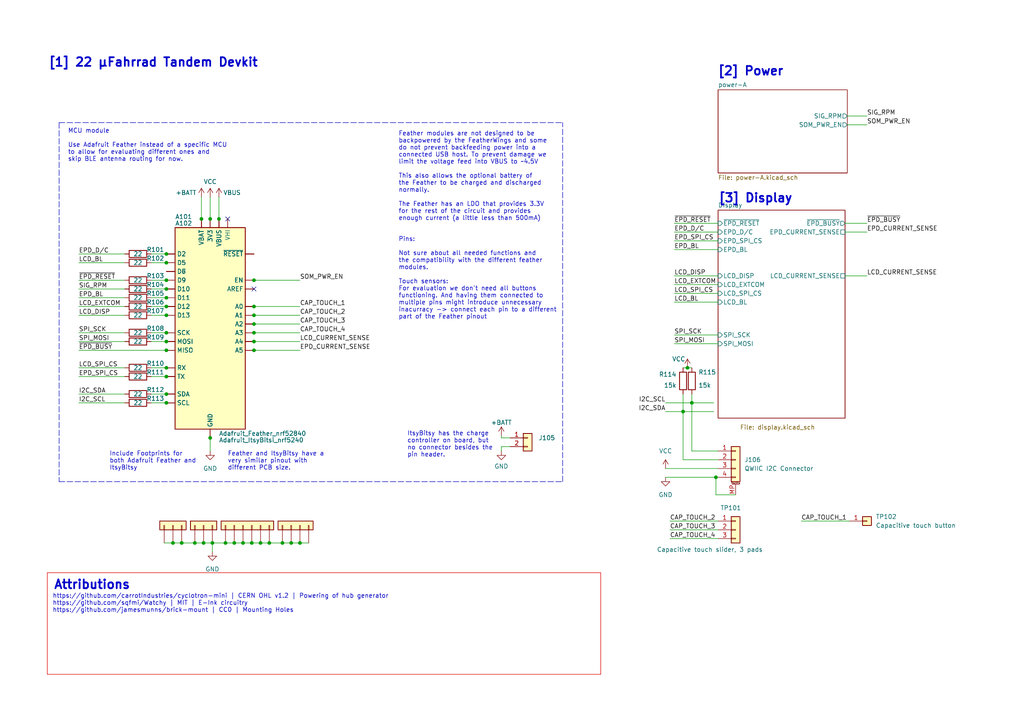
<source format=kicad_sch>
(kicad_sch (version 20211123) (generator eeschema)
  (paper "A4")
  (title_block (title "22 μFahrrad Tandem Devkit") (date "2022-06-10") (rev "0.1") (comment 1 "Daniel Wagenknecht") (comment 2 "CERN Open Hardware Licence Version 2 - Strongly Reciprocal") (comment 3 "CERN-OHL-S-2.0 https://spdx.org/licenses/CERN-OHL-S-2.0.html"))
  (lib_symbols
    (symbol "Conn_01x03_1" (pin_numbers hide) (pin_names (offset 1.016) hide)
      (property "Reference" "J" (at 0 5.08 0))
      (property "Value" "Conn_01x03_1" (at 0 -5.08 0))
      (symbol "Conn_01x03_1_1_1"
        (rectangle (start -1.27 -2.413) (end 0 -2.667) (stroke (width 0.1524)))
        (rectangle (start -1.27 0.127) (end 0 -0.127) (stroke (width 0.1524)))
        (rectangle (start -1.27 2.667) (end 0 2.413) (stroke (width 0.1524)))
        (rectangle (start -1.27 3.81) (end 1.27 -3.81) (stroke (width 0.254)) (fill (type background)))
        (pin passive line (at -5.08 2.54 0) (length 3.81) (name "Pin_1") (number "1"))
        (pin passive line (at -5.08 0 0) (length 3.81) (name "Pin_2") (number "2"))
        (pin passive line (at -5.08 -2.54 0) (length 3.81) (name "Pin_3") (number "3"))
      )
    )
    (symbol "Conn_01x03_2" (pin_numbers hide) (pin_names (offset 1.016) hide)
      (property "Reference" "J" (at 0 5.08 0))
      (property "Value" "Conn_01x03_2" (at 0 -5.08 0))
      (symbol "Conn_01x03_2_1_1"
        (rectangle (start -1.27 -2.413) (end 0 -2.667) (stroke (width 0.1524)))
        (rectangle (start -1.27 0.127) (end 0 -0.127) (stroke (width 0.1524)))
        (rectangle (start -1.27 2.667) (end 0 2.413) (stroke (width 0.1524)))
        (rectangle (start -1.27 3.81) (end 1.27 -3.81) (stroke (width 0.254)) (fill (type background)))
        (pin passive line (at -5.08 2.54 0) (length 3.81) (name "Pin_1") (number "1"))
        (pin passive line (at -5.08 0 0) (length 3.81) (name "Pin_2") (number "2"))
        (pin passive line (at -5.08 -2.54 0) (length 3.81) (name "Pin_3") (number "3"))
      )
    )
    (symbol "Connector_Generic:Conn_01x01" (pin_names (offset 1.016) hide)
      (property "Reference" "J" (at 0 2.54 0))
      (property "Value" "Conn_01x01" (at 0 -2.54 0))
      (symbol "Conn_01x01_1_1"
        (rectangle (start -1.27 0.127) (end 0 -0.127) (stroke (width 0.1524)))
        (rectangle (start -1.27 1.27) (end 1.27 -1.27) (stroke (width 0.254)) (fill (type background)))
        (pin passive line (at -5.08 0 0) (length 3.81) (name "Pin_1") (number "1"))
      )
    )
    (symbol "Connector_Generic:Conn_01x02" (pin_names (offset 1.016) hide)
      (property "Reference" "J" (at 0 2.54 0))
      (property "Value" "Conn_01x02" (at 0 -5.08 0))
      (symbol "Conn_01x02_1_1"
        (rectangle (start -1.27 -2.413) (end 0 -2.667) (stroke (width 0.1524)))
        (rectangle (start -1.27 0.127) (end 0 -0.127) (stroke (width 0.1524)))
        (rectangle (start -1.27 1.27) (end 1.27 -3.81) (stroke (width 0.254)) (fill (type background)))
        (pin passive line (at -5.08 0 0) (length 3.81) (name "Pin_1") (number "1"))
        (pin passive line (at -5.08 -2.54 0) (length 3.81) (name "Pin_2") (number "2"))
      )
    )
    (symbol "Connector_Generic:Conn_01x03" (pin_names (offset 1.016) hide)
      (property "Reference" "J" (at 0 5.08 0))
      (property "Value" "Conn_01x03" (at 0 -5.08 0))
      (symbol "Conn_01x03_1_1"
        (rectangle (start -1.27 -2.413) (end 0 -2.667) (stroke (width 0.1524)))
        (rectangle (start -1.27 0.127) (end 0 -0.127) (stroke (width 0.1524)))
        (rectangle (start -1.27 2.667) (end 0 2.413) (stroke (width 0.1524)))
        (rectangle (start -1.27 3.81) (end 1.27 -3.81) (stroke (width 0.254)) (fill (type background)))
        (pin passive line (at -5.08 2.54 0) (length 3.81) (name "Pin_1") (number "1"))
        (pin passive line (at -5.08 0 0) (length 3.81) (name "Pin_2") (number "2"))
        (pin passive line (at -5.08 -2.54 0) (length 3.81) (name "Pin_3") (number "3"))
      )
    )
    (symbol "Connector_Generic:Conn_01x04" (pin_numbers hide) (pin_names (offset 1.016) hide)
      (property "Reference" "J" (at 0 5.08 0))
      (property "Value" "Conn_01x04" (at 0 -7.62 0))
      (symbol "Conn_01x04_1_1"
        (rectangle (start -1.27 -4.953) (end 0 -5.207) (stroke (width 0.1524)))
        (rectangle (start -1.27 -2.413) (end 0 -2.667) (stroke (width 0.1524)))
        (rectangle (start -1.27 0.127) (end 0 -0.127) (stroke (width 0.1524)))
        (rectangle (start -1.27 2.667) (end 0 2.413) (stroke (width 0.1524)))
        (rectangle (start -1.27 3.81) (end 1.27 -6.35) (stroke (width 0.254)) (fill (type background)))
        (pin passive line (at -5.08 2.54 0) (length 3.81) (name "Pin_1") (number "1"))
        (pin passive line (at -5.08 0 0) (length 3.81) (name "Pin_2") (number "2"))
        (pin passive line (at -5.08 -2.54 0) (length 3.81) (name "Pin_3") (number "3"))
        (pin passive line (at -5.08 -5.08 0) (length 3.81) (name "Pin_4") (number "4"))
      )
    )
    (symbol "Connector_Generic:Conn_01x06" (pin_numbers hide) (pin_names (offset 1.016) hide)
      (property "Reference" "J" (at 0 7.62 0))
      (property "Value" "Conn_01x06" (at 0 -10.16 0))
      (symbol "Conn_01x06_1_1"
        (rectangle (start -1.27 -7.493) (end 0 -7.747) (stroke (width 0.1524)))
        (rectangle (start -1.27 -4.953) (end 0 -5.207) (stroke (width 0.1524)))
        (rectangle (start -1.27 -2.413) (end 0 -2.667) (stroke (width 0.1524)))
        (rectangle (start -1.27 0.127) (end 0 -0.127) (stroke (width 0.1524)))
        (rectangle (start -1.27 2.667) (end 0 2.413) (stroke (width 0.1524)))
        (rectangle (start -1.27 5.207) (end 0 4.953) (stroke (width 0.1524)))
        (rectangle (start -1.27 6.35) (end 1.27 -8.89) (stroke (width 0.254)) (fill (type background)))
        (pin passive line (at -5.08 5.08 0) (length 3.81) (name "Pin_1") (number "1"))
        (pin passive line (at -5.08 2.54 0) (length 3.81) (name "Pin_2") (number "2"))
        (pin passive line (at -5.08 0 0) (length 3.81) (name "Pin_3") (number "3"))
        (pin passive line (at -5.08 -2.54 0) (length 3.81) (name "Pin_4") (number "4"))
        (pin passive line (at -5.08 -5.08 0) (length 3.81) (name "Pin_5") (number "5"))
        (pin passive line (at -5.08 -7.62 0) (length 3.81) (name "Pin_6") (number "6"))
      )
    )
    (symbol "Connector_Generic_MountingPin:Conn_01x04_MountingPin" (pin_names (offset 1.016) hide)
      (property "Reference" "J" (at 0 5.08 0))
      (property "Value" "Conn_01x04_MountingPin" (at 1.27 -7.62 0))
      (symbol "Conn_01x04_MountingPin_1_1"
        (rectangle (start -1.27 -4.953) (end 0 -5.207) (stroke (width 0.1524)))
        (rectangle (start -1.27 -2.413) (end 0 -2.667) (stroke (width 0.1524)))
        (rectangle (start -1.27 0.127) (end 0 -0.127) (stroke (width 0.1524)))
        (rectangle (start -1.27 2.667) (end 0 2.413) (stroke (width 0.1524)))
        (rectangle (start -1.27 3.81) (end 1.27 -6.35) (stroke (width 0.254)) (fill (type background)))
        (polyline (pts (xy -1.016 -7.112) (xy 1.016 -7.112)) (stroke (width 0.1524)))
        (text "Mounting" (at 0 -6.731 0) (effects (font (size 0.381 0.381))))
        (pin passive line (at -5.08 2.54 0) (length 3.81) (name "Pin_1") (number "1"))
        (pin passive line (at -5.08 0 0) (length 3.81) (name "Pin_2") (number "2"))
        (pin passive line (at -5.08 -2.54 0) (length 3.81) (name "Pin_3") (number "3"))
        (pin passive line (at -5.08 -5.08 0) (length 3.81) (name "Pin_4") (number "4"))
        (pin passive line (at 0 -10.16 90) (length 3.048) (name "MountPin") (number "MP"))
      )
    )
    (symbol "Device:R" (pin_numbers hide) (pin_names (offset 0))
      (property "Reference" "R" (at 2.032 0 90))
      (property "Value" "R" (at 0 0 90))
      (symbol "R_0_1"
        (rectangle (start -1.016 -2.54) (end 1.016 2.54) (stroke (width 0.254)))
      )
      (symbol "R_1_1"
        (pin passive line (at 0 3.81 270) (length 1.27) (name "~") (number "1"))
        (pin passive line (at 0 -3.81 90) (length 1.27) (name "~") (number "2"))
      )
    )
    (symbol "power:+BATT" (power) (pin_names (offset 0))
      (property "Value" "+BATT" (at 0 3.556 0))
      (symbol "+BATT_0_1"
        (polyline (pts (xy -0.762 1.27) (xy 0 2.54)))
        (polyline (pts (xy 0 0) (xy 0 2.54)))
        (polyline (pts (xy 0 2.54) (xy 0.762 1.27)))
      )
      (symbol "+BATT_1_1"
        (pin power_in line (at 0 0 90) (length 0) hide (name "+BATT") (number "1"))
      )
    )
    (symbol "power:GND" (power) (pin_names (offset 0))
      (property "Value" "GND" (at 0 -3.81 0))
      (symbol "GND_0_1"
        (polyline (pts (xy 0 0) (xy 0 -1.27) (xy 1.27 -1.27) (xy 0 -2.54) (xy -1.27 -1.27) (xy 0 -1.27)))
      )
      (symbol "GND_1_1"
        (pin power_in line (at 0 0 270) (length 0) hide (name "GND") (number "1"))
      )
    )
    (symbol "power:VBUS" (power) (pin_names (offset 0))
      (property "Value" "VBUS" (at 0 3.81 0))
      (symbol "VBUS_0_1"
        (polyline (pts (xy -0.762 1.27) (xy 0 2.54)))
        (polyline (pts (xy 0 0) (xy 0 2.54)))
        (polyline (pts (xy 0 2.54) (xy 0.762 1.27)))
      )
      (symbol "VBUS_1_1"
        (pin power_in line (at 0 0 90) (length 0) hide (name "VBUS") (number "1"))
      )
    )
    (symbol "power:VCC" (power) (pin_names (offset 0))
      (property "Value" "VCC" (at 0 3.81 0))
      (symbol "VCC_0_1"
        (polyline (pts (xy -0.762 1.27) (xy 0 2.54)))
        (polyline (pts (xy 0 0) (xy 0 2.54)))
        (polyline (pts (xy 0 2.54) (xy 0.762 1.27)))
      )
      (symbol "VCC_1_1"
        (pin power_in line (at 0 0 90) (length 0) hide (name "VCC") (number "1"))
      )
    )
    (symbol "project-lib:Adafruit_Feather_nrf52840" (pin_numbers hide)
      (property "Reference" "A" (at -10.16 29.21 0))
      (property "Value" "Adafruit_Feather_nrf52840" (at 2.54 -31.75 0))
      (symbol "Adafruit_Feather_nrf52840_0_0"
        (polyline (pts (xy 44.45 34.29) (xy 44.45 34.29)))
        (polyline (pts (xy 44.45 34.29) (xy 44.45 34.29)))
        (polyline (pts (xy 44.45 34.29) (xy 44.45 34.29)))
        (polyline (pts (xy 44.45 34.29) (xy 44.45 34.29)))
        (polyline (pts (xy 44.45 34.29) (xy 44.45 34.29)) (stroke (width 2)))
      )
      (symbol "Adafruit_Feather_nrf52840_0_1"
        (rectangle (start -10.16 27.94) (end 10.16 -30.48) (stroke (width 0.254)) (fill (type background)))
      )
      (symbol "Adafruit_Feather_nrf52840_1_1"
        (pin input line (at 12.7 20.32 180) (length 2.54) (name "~{RESET}") (number "1"))
        (pin bidirectional line (at 12.7 -7.62 180) (length 2.54) (name "A5") (number "10"))
        (pin bidirectional line (at -12.7 -2.54 0) (length 2.54) (name "SCK") (number "11"))
        (pin bidirectional line (at -12.7 -5.08 0) (length 2.54) (name "MOSI") (number "12"))
        (pin bidirectional line (at -12.7 -7.62 0) (length 2.54) (name "MISO") (number "13"))
        (pin bidirectional line (at -12.7 -12.7 0) (length 2.54) (name "RX") (number "14"))
        (pin bidirectional line (at -12.7 -15.24 0) (length 2.54) (name "TX") (number "15"))
        (pin bidirectional line (at -12.7 20.32 0) (length 2.54) (name "D2") (number "16"))
        (pin bidirectional line (at -12.7 -20.32 0) (length 2.54) (name "SDA") (number "17"))
        (pin bidirectional line (at -12.7 -22.86 0) (length 2.54) (name "SCL") (number "18"))
        (pin bidirectional line (at -12.7 17.78 0) (length 2.54) (name "D5") (number "19"))
        (pin power_out line (at 0 30.48 270) (length 2.54) (name "3V3") (number "2"))
        (pin bidirectional line (at -12.7 15.24 0) (length 2.54) (name "D6") (number "20"))
        (pin bidirectional line (at -12.7 12.7 0) (length 2.54) (name "D9") (number "21"))
        (pin bidirectional line (at -12.7 10.16 0) (length 2.54) (name "D10") (number "22"))
        (pin bidirectional line (at -12.7 7.62 0) (length 2.54) (name "D11") (number "23"))
        (pin bidirectional line (at -12.7 5.08 0) (length 2.54) (name "D12") (number "24"))
        (pin bidirectional line (at -12.7 2.54 0) (length 2.54) (name "D13") (number "25"))
        (pin power_out line (at 2.54 30.48 270) (length 2.54) (name "VBUS") (number "26"))
        (pin input line (at 12.7 12.7 180) (length 2.54) (name "EN") (number "27"))
        (pin power_out line (at -2.54 30.48 270) (length 2.54) (name "VBAT") (number "28"))
        (pin input line (at 12.7 10.16 180) (length 2.54) (name "AREF") (number "3"))
        (pin power_out line (at 0 -33.02 90) (length 2.54) (name "GND") (number "4"))
        (pin bidirectional line (at 12.7 5.08 180) (length 2.54) (name "A0") (number "5"))
        (pin bidirectional line (at 12.7 2.54 180) (length 2.54) (name "A1") (number "6"))
        (pin bidirectional line (at 12.7 0 180) (length 2.54) (name "A2") (number "7"))
        (pin bidirectional line (at 12.7 -2.54 180) (length 2.54) (name "A3") (number "8"))
        (pin bidirectional line (at 12.7 -5.08 180) (length 2.54) (name "A4") (number "9"))
      )
    )
    (symbol "project-lib:Adafruit_ItsyBitsi_nrf5240-pins-passive" (pin_numbers hide)
      (property "Reference" "A101" (at -10.16 31.115 0))
      (property "Value" "Adafruit_ItsyBitsi_nrf5240-pins-passive" (at 2.54 -33.655 0))
      (symbol "Adafruit_ItsyBitsi_nrf5240-pins-passive_0_0"
        (polyline (pts (xy 44.45 34.29) (xy 44.45 34.29)))
        (polyline (pts (xy 44.45 34.29) (xy 44.45 34.29)))
        (polyline (pts (xy 44.45 34.29) (xy 44.45 34.29)))
        (polyline (pts (xy 44.45 34.29) (xy 44.45 34.29)))
        (polyline (pts (xy 44.45 34.29) (xy 44.45 34.29)) (stroke (width 2)))
        (pin passive line (at -12.7 20.32 0) (length 2.54) (name "D2") (number "14"))
        (pin passive line (at 0 -33.02 90) (length 2.54) (name "GND") (number "27"))
      )
      (symbol "Adafruit_ItsyBitsi_nrf5240-pins-passive_0_1"
        (rectangle (start -10.16 27.94) (end 10.16 -30.48) (stroke (width 0.254)) (fill (type background)))
      )
      (symbol "Adafruit_ItsyBitsi_nrf5240-pins-passive_1_1"
        (pin passive line (at 12.7 20.32 180) (length 2.54) (name "~{RESET}") (number "1"))
        (pin passive line (at 12.7 -7.62 180) (length 2.54) (name "A5") (number "10"))
        (pin passive line (at -12.7 -2.54 0) (length 2.54) (name "SCK") (number "11"))
        (pin passive line (at -12.7 -5.08 0) (length 2.54) (name "MOSI") (number "12"))
        (pin passive line (at -12.7 -7.62 0) (length 2.54) (name "MISO") (number "13"))
        (pin passive line (at -12.7 -12.7 0) (length 2.54) (name "RX") (number "15"))
        (pin passive line (at -12.7 -15.24 0) (length 2.54) (name "TX") (number "16"))
        (pin passive line (at -12.7 -20.32 0) (length 2.54) (name "SDA") (number "17"))
        (pin passive line (at -12.7 -22.86 0) (length 2.54) (name "SCL") (number "18"))
        (pin passive line (at -12.7 17.78 0) (length 2.54) (name "D5") (number "19"))
        (pin passive line (at 0 30.48 270) (length 2.54) (name "3V3") (number "2"))
        (pin passive line (at -12.7 15.24 0) (length 2.54) (name "D7") (number "20"))
        (pin passive line (at -12.7 12.7 0) (length 2.54) (name "D9") (number "21"))
        (pin passive line (at -12.7 10.16 0) (length 2.54) (name "D10") (number "22"))
        (pin passive line (at -12.7 7.62 0) (length 2.54) (name "D11") (number "23"))
        (pin passive line (at -12.7 5.08 0) (length 2.54) (name "D12") (number "24"))
        (pin passive line (at -12.7 2.54 0) (length 2.54) (name "D13") (number "25"))
        (pin passive line (at 2.54 30.48 270) (length 2.54) (name "VBUS") (number "26"))
        (pin passive line (at -2.54 30.48 270) (length 2.54) (name "VBAT") (number "28"))
        (pin passive line (at 12.7 12.7 180) (length 2.54) (name "EN") (number "3"))
        (pin passive line (at 5.08 30.48 270) (length 2.54) (name "VHI") (number "4"))
        (pin passive line (at 12.7 5.08 180) (length 2.54) (name "A0") (number "5"))
        (pin passive line (at 12.7 2.54 180) (length 2.54) (name "A1") (number "6"))
        (pin passive line (at 12.7 0 180) (length 2.54) (name "A2") (number "7"))
        (pin passive line (at 12.7 -2.54 180) (length 2.54) (name "A3") (number "8"))
        (pin passive line (at 12.7 -5.08 180) (length 2.54) (name "A4") (number "9"))
      )
    )
  )
  (junction (at 199.39 106.68))
  (junction (at 207.645 138.43))
  (junction (at 73.025 157.48))
  (junction (at 73.66 96.52))
  (junction (at 48.26 83.82))
  (junction (at 86.995 157.48))
  (junction (at 48.26 73.66))
  (junction (at 48.26 91.44))
  (junction (at 63.5 63.5))
  (junction (at 75.565 157.48))
  (junction (at 61.595 157.48))
  (junction (at 48.26 99.06))
  (junction (at 84.455 157.48))
  (junction (at 60.96 127))
  (junction (at 52.705 157.48))
  (junction (at 73.66 93.98))
  (junction (at 73.66 81.28))
  (junction (at 58.42 63.5))
  (junction (at 48.26 116.84))
  (junction (at 73.66 88.9))
  (junction (at 73.66 91.44))
  (junction (at 60.96 63.5))
  (junction (at 73.66 99.06))
  (junction (at 73.66 101.6))
  (junction (at 48.26 86.36))
  (junction (at 200.66 116.84))
  (junction (at 59.055 157.48))
  (junction (at 48.26 96.52))
  (junction (at 67.945 157.48))
  (junction (at 48.26 76.2))
  (junction (at 50.165 157.48))
  (junction (at 48.26 114.3))
  (junction (at 198.12 119.38))
  (junction (at 56.515 157.48))
  (junction (at 78.105 157.48))
  (junction (at 70.485 157.48))
  (junction (at 48.26 101.6))
  (junction (at 65.405 157.48))
  (junction (at 48.26 88.9))
  (junction (at 81.915 157.48))
  (junction (at 48.26 106.68))
  (junction (at 48.26 81.28))
  (junction (at 48.26 109.22))
  (no_connect (at 73.66 83.82))
  (no_connect (at 66.04 63.5))
  (wire (pts (xy 70.485 157.48) (xy 73.025 157.48)))
  (wire (pts (xy 195.58 99.695) (xy 208.28 99.695)))
  (wire (pts (xy 61.595 157.48) (xy 65.405 157.48)))
  (wire (pts (xy 73.66 93.98) (xy 86.995 93.98)))
  (wire (pts (xy 245.745 33.655) (xy 251.46 33.655)))
  (wire (pts (xy 195.58 69.85) (xy 208.28 69.85)))
  (wire (pts (xy 22.86 106.68) (xy 36.195 106.68)))
  (wire (pts (xy 43.815 96.52) (xy 48.26 96.52)))
  (wire (pts (xy 195.58 80.01) (xy 208.28 80.01)))
  (wire (pts (xy 207.645 138.43) (xy 208.28 138.43)))
  (polyline (pts (xy 17.145 35.56) (xy 17.145 139.7)))
  (wire (pts (xy 194.31 153.67) (xy 208.28 153.67)))
  (wire (pts (xy 22.86 88.9) (xy 36.195 88.9)))
  (wire (pts (xy 43.815 116.84) (xy 48.26 116.84)))
  (wire (pts (xy 22.86 96.52) (xy 36.195 96.52)))
  (wire (pts (xy 43.815 109.22) (xy 48.26 109.22)))
  (wire (pts (xy 198.12 119.38) (xy 207.01 119.38)))
  (wire (pts (xy 43.815 106.68) (xy 48.26 106.68)))
  (wire (pts (xy 198.12 119.38) (xy 198.12 133.35)))
  (wire (pts (xy 22.86 91.44) (xy 36.195 91.44)))
  (wire (pts (xy 22.86 99.06) (xy 36.195 99.06)))
  (wire (pts (xy 43.815 88.9) (xy 48.26 88.9)))
  (wire (pts (xy 200.66 130.81) (xy 208.28 130.81)))
  (wire (pts (xy 58.42 57.15) (xy 58.42 63.5)))
  (wire (pts (xy 195.58 82.55) (xy 208.28 82.55)))
  (wire (pts (xy 48.26 91.44) (xy 43.815 91.44)))
  (wire (pts (xy 245.11 80.01) (xy 251.46 80.01)))
  (wire (pts (xy 22.86 109.22) (xy 36.195 109.22)))
  (wire (pts (xy 193.04 119.38) (xy 198.12 119.38)))
  (wire (pts (xy 195.58 72.39) (xy 208.28 72.39)))
  (wire (pts (xy 43.815 86.36) (xy 48.26 86.36)))
  (wire (pts (xy 194.31 156.21) (xy 208.28 156.21)))
  (wire (pts (xy 245.745 36.195) (xy 251.46 36.195)))
  (wire (pts (xy 22.86 114.3) (xy 36.195 114.3)))
  (wire (pts (xy 145.415 127) (xy 147.955 127)))
  (wire (pts (xy 200.66 116.84) (xy 207.01 116.84)))
  (wire (pts (xy 147.955 129.54) (xy 145.415 129.54)))
  (wire (pts (xy 52.705 157.48) (xy 56.515 157.48)))
  (wire (pts (xy 207.645 138.43) (xy 207.645 143.51)))
  (wire (pts (xy 86.995 157.48) (xy 89.535 157.48)))
  (polyline (pts (xy 163.195 139.7) (xy 163.195 35.56)))
  (wire (pts (xy 65.405 157.48) (xy 67.945 157.48)))
  (polyline (pts (xy 17.145 139.7) (xy 163.195 139.7)))
  (wire (pts (xy 194.31 151.13) (xy 208.28 151.13)))
  (wire (pts (xy 43.815 81.28) (xy 48.26 81.28)))
  (wire (pts (xy 22.86 73.66) (xy 36.195 73.66)))
  (wire (pts (xy 78.105 157.48) (xy 81.915 157.48)))
  (wire (pts (xy 60.96 127) (xy 60.96 130.81)))
  (polyline (pts (xy 17.145 35.56) (xy 163.195 35.56)))
  (wire (pts (xy 199.39 106.68) (xy 200.66 106.68)))
  (wire (pts (xy 195.58 64.77) (xy 208.28 64.77)))
  (wire (pts (xy 195.58 67.31) (xy 208.28 67.31)))
  (wire (pts (xy 200.66 114.3) (xy 200.66 116.84)))
  (wire (pts (xy 50.165 157.48) (xy 52.705 157.48)))
  (wire (pts (xy 207.645 143.51) (xy 213.36 143.51)))
  (wire (pts (xy 56.515 157.48) (xy 59.055 157.48)))
  (wire (pts (xy 75.565 157.48) (xy 78.105 157.48)))
  (wire (pts (xy 60.96 57.15) (xy 60.96 63.5)))
  (wire (pts (xy 73.66 88.9) (xy 86.995 88.9)))
  (wire (pts (xy 195.58 85.09) (xy 208.28 85.09)))
  (polyline (pts (xy 174.244 195.58) (xy 13.716 195.58)) (stroke (width 0) (type solid) (color 221 0 0 1)))
  (wire (pts (xy 193.04 116.84) (xy 200.66 116.84)))
  (wire (pts (xy 22.86 83.82) (xy 36.195 83.82)))
  (wire (pts (xy 67.945 157.48) (xy 70.485 157.48)))
  (wire (pts (xy 81.915 157.48) (xy 84.455 157.48)))
  (polyline (pts (xy 174.244 166.116) (xy 174.244 195.58)) (stroke (width 0) (type solid) (color 221 0 0 1)))
  (wire (pts (xy 208.28 135.89) (xy 193.04 135.89)))
  (wire (pts (xy 43.815 73.66) (xy 48.26 73.66)))
  (wire (pts (xy 198.12 106.68) (xy 199.39 106.68)))
  (polyline (pts (xy 13.716 166.116) (xy 13.716 195.58)) (stroke (width 0) (type solid) (color 221 0 0 1)))
  (wire (pts (xy 84.455 157.48) (xy 86.995 157.48)))
  (wire (pts (xy 43.815 114.3) (xy 48.26 114.3)))
  (wire (pts (xy 200.66 116.84) (xy 200.66 130.81)))
  (polyline (pts (xy 13.716 166.116) (xy 174.244 166.116)) (stroke (width 0.15) (type solid) (color 221 0 0 1)))
  (wire (pts (xy 22.86 76.2) (xy 36.195 76.2)))
  (wire (pts (xy 61.595 157.48) (xy 61.595 160.02)))
  (wire (pts (xy 245.11 64.77) (xy 251.46 64.77)))
  (wire (pts (xy 73.66 101.6) (xy 86.995 101.6)))
  (wire (pts (xy 59.055 157.48) (xy 61.595 157.48)))
  (wire (pts (xy 73.66 91.44) (xy 86.995 91.44)))
  (wire (pts (xy 43.815 76.2) (xy 48.26 76.2)))
  (wire (pts (xy 22.86 116.84) (xy 36.195 116.84)))
  (wire (pts (xy 22.86 101.6) (xy 48.26 101.6)))
  (wire (pts (xy 73.66 96.52) (xy 86.995 96.52)))
  (wire (pts (xy 232.41 151.13) (xy 246.38 151.13)))
  (wire (pts (xy 198.12 133.35) (xy 208.28 133.35)))
  (wire (pts (xy 195.58 97.155) (xy 208.28 97.155)))
  (wire (pts (xy 198.12 114.3) (xy 198.12 119.38)))
  (wire (pts (xy 73.66 99.06) (xy 86.995 99.06)))
  (wire (pts (xy 47.625 157.48) (xy 50.165 157.48)))
  (wire (pts (xy 73.025 157.48) (xy 75.565 157.48)))
  (wire (pts (xy 193.04 138.43) (xy 207.645 138.43)))
  (wire (pts (xy 22.86 86.36) (xy 36.195 86.36)))
  (wire (pts (xy 145.415 129.54) (xy 145.415 130.81)))
  (wire (pts (xy 145.415 126.365) (xy 145.415 127)))
  (wire (pts (xy 43.815 83.82) (xy 48.26 83.82)))
  (wire (pts (xy 245.11 67.31) (xy 251.46 67.31)))
  (wire (pts (xy 63.5 57.15) (xy 63.5 63.5)))
  (wire (pts (xy 43.815 99.06) (xy 48.26 99.06)))
  (wire (pts (xy 195.58 87.63) (xy 208.28 87.63)))
  (wire (pts (xy 73.66 81.28) (xy 86.995 81.28)))
  (wire (pts (xy 22.86 81.28) (xy 36.195 81.28)))
  (text "Include Footprints for\nboth Adafruit Feather and\nItsyBitsy" (at 31.75 136.525 0) (effects (font (size 1.27 1.27)) (justify left bottom)))
  (text "ItsyBitsy has the charge\ncontroller on board, but\nno connector besides the\npin header." (at 118.11 132.715 0) (effects (font (size 1.27 1.27)) (justify left bottom)))
  (text "[2] Power" (at 208.0768 22.225 0) (effects (font (size 2.5 2.5) (thickness 0.5) bold) (justify left bottom)))
  (text "https://github.com/carrotIndustries/cyclotron-mini | CERN OHL v1.2 | Powering of hub generator \nhttps://github.com/sqfmi/Watchy | MIT | E-Ink circuitry\nhttps://github.com/jamesmunns/brick-mount | CC0 | Mounting Holes" (at 15.24 177.8 0) (effects (font (size 1.27 1.27)) (justify left bottom)))
  (text "MCU module\n\nUse Adafruit Feather instead of a specific MCU\nto allow for evaluating different ones and\nskip BLE antenna routing for now." (at 19.685 46.99 0) (effects (font (size 1.27 1.27)) (justify left bottom)))
  (text "[3] Display" (at 208.28 59.055 0) (effects (font (size 2.5 2.5) (thickness 0.5) bold) (justify left bottom)))
  (text "Attributions" (at 15.494 171.196 0) (effects (font (size 2.54 2.54) (thickness 0.508) bold) (justify left bottom)))
  (text "Feather and ItsyBitsy have a\nvery similar pinout with\ndifferent PCB size." (at 66.04 136.525 0) (effects (font (size 1.27 1.27)) (justify left bottom)))
  (text "Pins:\n\nNot sure about all needed functions and\nthe compatibility with the different feather\nmodules.\n\nTouch sensors:\nFor evaluation we don't need all buttons\nfunctioning. And having them connected to\nmultiple pins might introduce unnecessary\ninacurracy -> connect each pin to a different\npart of the Feather pinout" (at 115.57 92.71 0) (effects (font (size 1.27 1.27)) (justify left bottom)))
  (text "[1] 22 μFahrrad Tandem Devkit" (at 13.97 19.685 0) (effects (font (size 2.5 2.5) (thickness 0.5) bold) (justify left bottom)))
  (text "Feather modules are not designed to be\nbackpowered by the FeatherWings and some\ndo not prevent backfeeding power into a\nconnected USB host. To prevent damage we\nlimit the voltage feed into VBUS to ~4.5V\n\nThis also allows the optional battery of\nthe Feather to be charged and discharged\nnormally.\n\nThe Feather has an LDO that provides 3.3V\nfor the rest of the circuit and provides\nenough current (a little less than 500mA)" (at 115.57 64.135 0) (effects (font (size 1.27 1.27)) (justify left bottom)))
  (label "SIG_RPM" (at 22.86 83.82 0))
  (label "CAP_TOUCH_1" (at 232.41 151.13 0))
  (label "LCD_DISP" (at 195.58 80.01 0))
  (label "LCD_BL" (at 195.58 87.63 0))
  (label "EPD_CURRENT_SENSE" (at 86.995 101.6 0))
  (label "EPD_BL" (at 22.86 86.36 0))
  (label "CAP_TOUCH_1" (at 86.995 88.9 0))
  (label "SOM_PWR_EN" (at 86.995 81.28 0))
  (label "SOM_PWR_EN" (at 251.46 36.195 0))
  (label "EPD_D{slash}C" (at 195.58 67.31 0))
  (label "EPD_D{slash}C" (at 22.86 73.66 0))
  (label "SPI_SCK" (at 22.86 96.52 0))
  (label "LCD_DISP" (at 22.86 91.44 0))
  (label "SPI_MOSI" (at 22.86 99.06 0))
  (label "LCD_SPI_CS" (at 22.86 106.68 0))
  (label "CAP_TOUCH_4" (at 86.995 96.52 0))
  (label "LCD_BL" (at 22.86 76.2 0))
  (label "I2C_SDA" (at 22.86 114.3 0))
  (label "LCD_CURRENT_SENSE" (at 86.995 99.06 0))
  (label "LCD_SPI_CS" (at 195.58 85.09 0))
  (label "I2C_SCL" (at 22.86 116.84 0))
  (label "~{EPD_BUSY}" (at 22.86 101.6 0))
  (label "~{EPD_RESET}" (at 22.86 81.28 0))
  (label "CAP_TOUCH_2" (at 86.995 91.44 0))
  (label "EPD_BL" (at 195.58 72.39 0))
  (label "SPI_SCK" (at 195.58 97.155 0))
  (label "CAP_TOUCH_4" (at 194.31 156.21 0))
  (label "I2C_SCL" (at 193.04 116.84 180))
  (label "LCD_EXTCOM" (at 195.58 82.55 0))
  (label "~{EPD_BUSY}" (at 251.46 64.77 0))
  (label "SPI_MOSI" (at 195.58 99.695 0))
  (label "EPD_CURRENT_SENSE" (at 251.46 67.31 0))
  (label "EPD_SPI_CS" (at 22.86 109.22 0))
  (label "SIG_RPM" (at 251.46 33.655 0))
  (label "LCD_CURRENT_SENSE" (at 251.46 80.01 0))
  (label "EPD_SPI_CS" (at 195.58 69.85 0))
  (label "CAP_TOUCH_3" (at 86.995 93.98 0))
  (label "I2C_SDA" (at 193.04 119.38 180))
  (label "CAP_TOUCH_2" (at 194.31 151.13 0))
  (label "LCD_EXTCOM" (at 22.86 88.9 0))
  (label "~{EPD_RESET}" (at 195.58 64.77 0))
  (label "CAP_TOUCH_3" (at 194.31 153.67 0))
  (symbol (lib_id "Device:R") (at 40.005 96.52 90) (unit 1)
    (property "Reference" "R108" (at 45.085 95.25 90))
    (property "Value" "22" (at 40.005 96.52 90))
    (property "Footprint" "Resistor_SMD:R_0603_1608Metric" (effects hide))
  )
  (symbol (lib_id "project-lib:Adafruit_ItsyBitsi_nrf5240-pins-passive") (at 60.96 93.98 0) (unit 1)
    (property "Reference" "A101" (at 50.8 62.865 0) (effects (justify left)))
    (property "Value" "Adafruit_ItsyBitsi_nrf5240" (at 63.5 127.635 0) (effects (justify left)))
    (property "Footprint" "project-lib:Adafruit_ItsyBitsy-nrf52840" (effects hide))
  )
  (symbol (lib_id "power:VCC") (at 193.04 135.89 0) (unit 1)
    (property "Reference" "#PWR0108" (effects hide))
    (property "Value" "VCC" (at 193.04 130.81 0))
  )
  (symbol (lib_id "Device:R") (at 40.005 91.44 90) (unit 1)
    (property "Reference" "R107" (at 45.085 90.17 90))
    (property "Value" "22" (at 40.005 91.44 90))
    (property "Footprint" "Resistor_SMD:R_0603_1608Metric" (effects hide))
  )
  (symbol (lib_id "power:GND") (at 193.04 138.43 0) (unit 1)
    (property "Reference" "#PWR0109" (effects hide))
    (property "Value" "GND" (at 193.04 143.51 0))
  )
  (symbol (lib_id "power:VCC") (at 60.96 57.15 0) (unit 1)
    (property "Reference" "#PWR0102" (effects hide))
    (property "Value" "VCC" (at 60.96 52.705 0))
  )
  (symbol (lib_id "Device:R") (at 40.005 76.2 90) (unit 1)
    (property "Reference" "R102" (at 45.085 74.93 90))
    (property "Value" "22" (at 40.005 76.2 90))
    (property "Footprint" "Resistor_SMD:R_0603_1608Metric" (effects hide))
  )
  (symbol (lib_id "Device:R") (at 40.005 81.28 90) (unit 1)
    (property "Reference" "R103" (at 45.085 80.01 90))
    (property "Value" "22" (at 40.005 81.28 90))
    (property "Footprint" "Resistor_SMD:R_0603_1608Metric" (effects hide))
  )
  (symbol (lib_id "Device:R") (at 40.005 106.68 90) (unit 1)
    (property "Reference" "R110" (at 45.085 105.41 90))
    (property "Value" "22" (at 40.005 106.68 90))
    (property "Footprint" "Resistor_SMD:R_0603_1608Metric" (effects hide))
  )
  (symbol (lib_id "Connector_Generic:Conn_01x01") (at 251.46 151.13 0) (unit 1)
    (property "Reference" "TP102" (at 254 149.8599 0) (effects (justify left)))
    (property "Value" "Capacitive touch button" (at 254 152.3999 0) (effects (justify left)))
    (property "Footprint" "project-lib:CapBtn_Board_edge" (effects hide))
  )
  (symbol (lib_id "Device:R") (at 40.005 83.82 90) (unit 1)
    (property "Reference" "R104" (at 45.085 82.55 90))
    (property "Value" "22" (at 40.005 83.82 90))
    (property "Footprint" "Resistor_SMD:R_0603_1608Metric" (effects hide))
  )
  (symbol (lib_id "Device:R") (at 40.005 99.06 90) (unit 1)
    (property "Reference" "R109" (at 45.085 97.79 90))
    (property "Value" "22" (at 40.005 99.06 90))
    (property "Footprint" "Resistor_SMD:R_0603_1608Metric" (effects hide))
  )
  (symbol (lib_id "power:VBUS") (at 63.5 57.15 0) (unit 1)
    (property "Reference" "#PWR0105" (effects hide))
    (property "Value" "VBUS" (at 67.31 55.88 0))
  )
  (symbol (lib_id "power:+BATT") (at 58.42 57.15 0) (unit 1)
    (property "Reference" "#PWR0101" (effects hide))
    (property "Value" "+BATT" (at 53.975 55.88 0))
  )
  (symbol (lib_id "power:GND") (at 61.595 160.02 0) (unit 1)
    (property "Reference" "#PWR0104" (effects hide))
    (property "Value" "GND" (at 61.595 165.1 0))
  )
  (symbol (lib_id "power:VCC") (at 199.39 106.68 0) (unit 1)
    (property "Reference" "#PWR0110" (effects hide))
    (property "Value" "VCC" (at 196.85 104.14 0))
  )
  (symbol (lib_name "Conn_01x03_2") (lib_id "Connector_Generic:Conn_01x03") (at 59.055 152.4 90) (unit 1)
    (property "Reference" "J102" (effects hide))
    (property "Value" "Conn_01x03" (effects hide))
    (property "Footprint" "brick-mount:brick-1x3" (effects hide))
  )
  (symbol (lib_id "Device:R") (at 40.005 116.84 90) (unit 1)
    (property "Reference" "R113" (at 45.085 115.57 90))
    (property "Value" "22" (at 40.005 116.84 90))
    (property "Footprint" "Resistor_SMD:R_0603_1608Metric" (effects hide))
  )
  (symbol (lib_id "Device:R") (at 40.005 109.22 90) (unit 1)
    (property "Reference" "R111" (at 45.085 107.95 90))
    (property "Value" "22" (at 40.005 109.22 90))
    (property "Footprint" "Resistor_SMD:R_0603_1608Metric" (effects hide))
  )
  (symbol (lib_id "Device:R") (at 200.66 110.49 0) (unit 1)
    (property "Reference" "R115" (at 202.565 107.95 0) (effects (justify left)))
    (property "Value" "15k" (at 202.565 111.76 0) (effects (justify left)))
    (property "Footprint" "Resistor_SMD:R_0603_1608Metric" (effects hide))
  )
  (symbol (lib_id "Device:R") (at 40.005 114.3 90) (unit 1)
    (property "Reference" "R112" (at 45.085 113.03 90))
    (property "Value" "22" (at 40.005 114.3 90))
    (property "Footprint" "Resistor_SMD:R_0603_1608Metric" (effects hide))
  )
  (symbol (lib_id "power:+BATT") (at 145.415 126.365 0) (unit 1)
    (property "Reference" "#PWR0106" (effects hide))
    (property "Value" "+BATT" (at 145.415 122.555 0))
  )
  (symbol (lib_id "power:GND") (at 60.96 130.81 0) (unit 1)
    (property "Reference" "#PWR0103" (effects hide))
    (property "Value" "GND" (at 60.96 135.89 0))
  )
  (symbol (lib_id "Device:R") (at 40.005 73.66 90) (unit 1)
    (property "Reference" "R101" (at 45.085 72.39 90))
    (property "Value" "22" (at 40.005 73.66 90))
    (property "Footprint" "Resistor_SMD:R_0603_1608Metric" (effects hide))
  )
  (symbol (lib_id "Connector_Generic_MountingPin:Conn_01x04_MountingPin") (at 213.36 133.35 0) (unit 1)
    (property "Reference" "J106" (at 215.9 133.3499 0) (effects (justify left)))
    (property "Value" "QWIIC I2C Connector" (at 215.9 135.8899 0) (effects (justify left)))
    (property "Footprint" "project-lib:JST_SHL_SM04B-SHLS-TF_1x04-1MP_P1.00mm_Horizontal" (effects hide))
    (property "JLCPCB" "C145956" (effects hide))
  )
  (symbol (lib_id "project-lib:Adafruit_Feather_nrf52840") (at 60.96 93.98 0) (unit 1)
    (property "Reference" "A102" (at 50.8 64.77 0) (effects (justify left)))
    (property "Value" "Adafruit_Feather_nrf52840" (at 63.5 125.73 0) (effects (justify left)))
    (property "Footprint" "Module:Adafruit_Feather" (effects hide))
    (property "Datasheet" "https://cdn-learn.adafruit.com/downloads/pdf/adafruit-feather.pdf" (effects hide))
  )
  (symbol (lib_name "Conn_01x03_1") (lib_id "Connector_Generic:Conn_01x03") (at 50.165 152.4 90) (unit 1)
    (property "Reference" "J101" (effects hide))
    (property "Value" "Conn_01x03" (effects hide))
    (property "Footprint" "brick-mount:brick-1x3" (effects hide))
  )
  (symbol (lib_id "power:GND") (at 145.415 130.81 0) (unit 1)
    (property "Reference" "#PWR0107" (effects hide))
    (property "Value" "GND" (at 145.415 135.255 0))
  )
  (symbol (lib_id "Connector_Generic:Conn_01x03") (at 213.36 153.67 0) (unit 1)
    (property "Reference" "TP101" (at 208.915 147.32 0) (effects (justify left)))
    (property "Value" "Capacitive touch slider, 3 pads" (at 190.5 159.385 0) (effects (justify left)))
    (property "Footprint" "project-lib:TouchSlider-3_30x13mm-covered" (effects hide))
  )
  (symbol (lib_id "Connector_Generic:Conn_01x04") (at 84.455 152.4 90) (unit 1)
    (property "Reference" "J104" (effects hide))
    (property "Value" "Conn_01x04" (effects hide))
    (property "Footprint" "project-lib:brick-2x2" (effects hide))
  )
  (symbol (lib_id "Device:R") (at 198.12 110.49 0) (unit 1)
    (property "Reference" "R114" (at 196.215 108.585 0) (effects (justify right)))
    (property "Value" "15k" (at 196.215 111.76 0) (effects (justify right)))
    (property "Footprint" "Resistor_SMD:R_0603_1608Metric" (effects hide))
  )
  (symbol (lib_id "Connector_Generic:Conn_01x06") (at 70.485 152.4 90) (unit 1)
    (property "Reference" "J103" (effects hide))
    (property "Value" "Conn_01x06" (effects hide))
    (property "Footprint" "brick-mount:brick-1x6" (effects hide))
  )
  (symbol (lib_id "Device:R") (at 40.005 86.36 90) (unit 1)
    (property "Reference" "R105" (at 45.085 85.09 90))
    (property "Value" "22" (at 40.005 86.36 90))
    (property "Footprint" "Resistor_SMD:R_0603_1608Metric" (effects hide))
  )
  (symbol (lib_id "Connector_Generic:Conn_01x02") (at 153.035 127 0) (unit 1)
    (property "Reference" "J105" (at 156.21 126.9999 0) (effects (justify left)))
    (property "Value" "Conn_01x02" (effects hide))
    (property "Footprint" "Connector_JST:JST_PH_B2B-PH-K_1x02_P2.00mm_Vertical" (effects hide))
    (property "JLCPCB" " C173752 " (effects hide))
  )
  (symbol (lib_id "Device:R") (at 40.005 88.9 90) (unit 1)
    (property "Reference" "R106" (at 45.085 87.63 90))
    (property "Value" "22" (at 40.005 88.9 90))
    (property "Footprint" "Resistor_SMD:R_0603_1608Metric" (effects hide))
  )
  (sheet (at 208.28 60.96) (size 36.83 60.325) (stroke (width 0.1524))
    (property "Sheet name" "Display" (at 208.28 60.2484 0) (effects (justify left bottom)))
    (property "Sheet file" "display.kicad_sch" (at 214.63 123.19 0) (effects (justify left top)))
    (pin "~{EPD_RESET}" input (at 208.28 64.77 180))
    (pin "SPI_SCK" input (at 208.28 97.155 180))
    (pin "EPD_D{slash}C" input (at 208.28 67.31 180))
    (pin "EPD_SPI_CS" input (at 208.28 69.85 180))
    (pin "SPI_MOSI" input (at 208.28 99.695 180))
    (pin "~{EPD_BUSY}" output (at 245.11 64.77 0))
    (pin "LCD_DISP" input (at 208.28 80.01 180))
    (pin "LCD_SPI_CS" input (at 208.28 85.09 180))
    (pin "LCD_EXTCOM" input (at 208.28 82.55 180))
    (pin "LCD_BL" input (at 208.28 87.63 180))
    (pin "LCD_CURRENT_SENSE" passive (at 245.11 80.01 0))
    (pin "EPD_BL" input (at 208.28 72.39 180))
    (pin "EPD_CURRENT_SENSE" passive (at 245.11 67.31 0))
  )
  (sheet (at 208.28 26.035) (size 37.465 24.13) (stroke (width 0.1524))
    (property "Sheet name" "power-A" (at 208.28 25.3234 0) (effects (justify left bottom)))
    (property "Sheet file" "power-A.kicad_sch" (at 208.28 50.7496 0) (effects (justify left top)))
    (pin "SIG_RPM" output (at 245.745 33.655 0))
    (pin "SOM_PWR_EN" output (at 245.745 36.195 0))
  )
)
</source>
